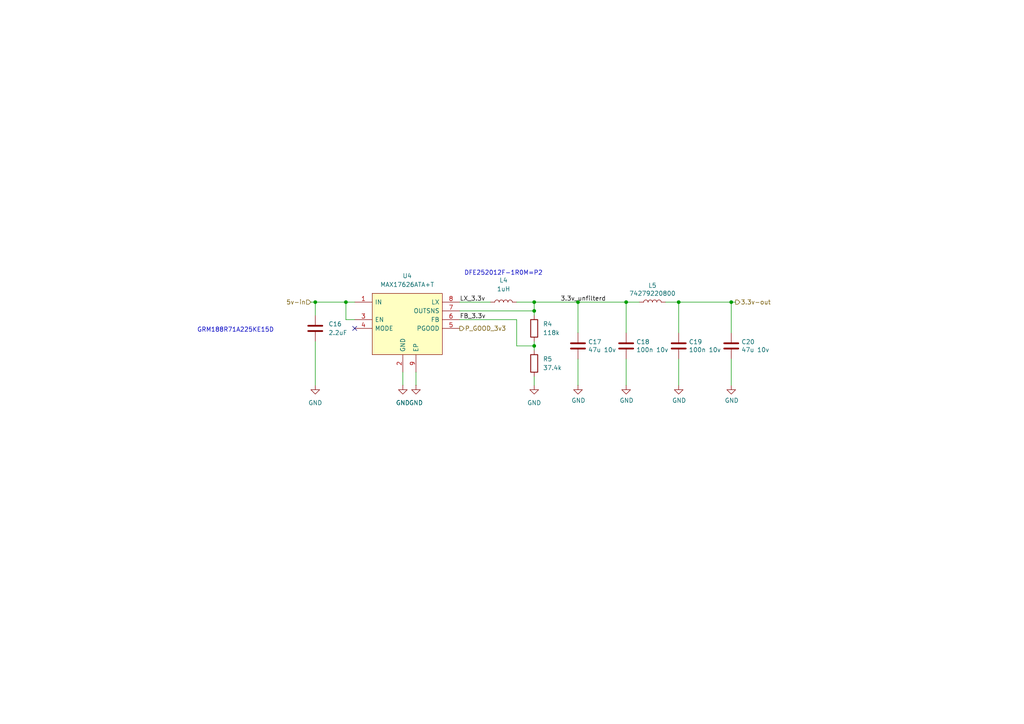
<source format=kicad_sch>
(kicad_sch (version 20231120) (generator "eeschema") (generator_version "8.0")
  (paper "A4")
  (title_block (title "3.3V power supply") (date "2024-04-03") (rev "1.0") (company "Fontys") (comment 1 "Pong project") (comment 2 "Tommy de Wever") (comment 3 "Jochem Bosman"))
  (lib_symbols
    (symbol "Device:C" (pin_numbers hide) (pin_names (offset 0.254))
      (property "Reference" "C" (at 0.635 2.54 0))
      (property "Value" "C" (at 0.635 -2.54 0))
      (symbol "C_0_1"
        (polyline (pts (xy -2.032 -0.762) (xy 2.032 -0.762)) (stroke (width 0.508)))
        (polyline (pts (xy -2.032 0.762) (xy 2.032 0.762)) (stroke (width 0.508)))
      )
      (symbol "C_1_1"
        (pin passive line (at 0 3.81 270) (length 2.794) (name "~") (number "1"))
        (pin passive line (at 0 -3.81 90) (length 2.794) (name "~") (number "2"))
      )
    )
    (symbol "Device:L" (pin_numbers hide) (pin_names (offset 1.016) hide)
      (property "Reference" "L" (at -1.27 0 90))
      (property "Value" "L" (at 1.905 0 90))
      (symbol "L_0_1"
        (arc (start 0 -2.54) (mid 0.6323 -1.905) (end 0 -1.27))
        (arc (start 0 -1.27) (mid 0.6323 -0.635) (end 0 0))
        (arc (start 0 0) (mid 0.6323 0.635) (end 0 1.27))
        (arc (start 0 1.27) (mid 0.6323 1.905) (end 0 2.54))
      )
      (symbol "L_1_1"
        (pin passive line (at 0 3.81 270) (length 1.27) (name "1") (number "1"))
        (pin passive line (at 0 -3.81 90) (length 1.27) (name "2") (number "2"))
      )
    )
    (symbol "Device:R" (pin_numbers hide) (pin_names (offset 0))
      (property "Reference" "R" (at 2.032 0 90))
      (property "Value" "R" (at 0 0 90))
      (symbol "R_0_1"
        (rectangle (start -1.016 -2.54) (end 1.016 2.54) (stroke (width 0.254)))
      )
      (symbol "R_1_1"
        (pin passive line (at 0 3.81 270) (length 1.27) (name "~") (number "1"))
        (pin passive line (at 0 -3.81 90) (length 1.27) (name "~") (number "2"))
      )
    )
    (symbol "MyLib:MAX17626ATA+T" (pin_names (offset 0.762))
      (property "Reference" "U" (at 26.67 7.62 0))
      (property "Value" "MAX17626ATA+T" (at 26.67 5.08 0))
      (symbol "MAX17626ATA+T_0_0"
        (pin passive line (at 0 0 0) (length 5.08) (name "IN") (number "1"))
        (pin passive line (at 13.97 -20.32 90) (length 5.08) (name "GND") (number "2"))
        (pin passive line (at 0 -5.08 0) (length 5.08) (name "EN") (number "3"))
        (pin passive line (at 0 -7.62 0) (length 5.08) (name "MODE") (number "4"))
        (pin passive line (at 30.48 -7.62 180) (length 5.08) (name "PGOOD") (number "5"))
        (pin passive line (at 30.48 -5.08 180) (length 5.08) (name "FB") (number "6"))
        (pin passive line (at 30.48 -2.54 180) (length 5.08) (name "OUTSNS") (number "7"))
        (pin passive line (at 30.48 0 180) (length 5.08) (name "LX") (number "8"))
        (pin passive line (at 17.78 -20.32 90) (length 5.08) (name "EP") (number "9"))
      )
      (symbol "MAX17626ATA+T_0_1"
        (polyline (pts (xy 5.08 2.54) (xy 25.4 2.54) (xy 25.4 -15.24) (xy 5.08 -15.24) (xy 5.08 2.54)) (stroke (width 0.1524)) (fill (type background)))
      )
    )
    (symbol "power:GND" (power) (pin_numbers hide) (pin_names (offset 0) hide)
      (property "Value" "GND" (at 0 -3.81 0))
      (symbol "GND_0_1"
        (polyline (pts (xy 0 0) (xy 0 -1.27) (xy 1.27 -1.27) (xy 0 -2.54) (xy -1.27 -1.27) (xy 0 -1.27)))
      )
      (symbol "GND_1_1"
        (pin power_in line (at 0 0 270) (length 0) (name "~") (number "1"))
      )
    )
  )
  (junction (at 100.33 87.63))
  (junction (at 91.44 87.63))
  (junction (at 154.94 87.63))
  (junction (at 181.61 87.63))
  (junction (at 167.64 87.63))
  (junction (at 154.94 100.33))
  (junction (at 212.09 87.63))
  (junction (at 154.94 90.17))
  (junction (at 196.85 87.63))
  (no_connect (at 102.87 95.25))
  (wire (pts (xy 167.64 87.63) (xy 167.64 96.52)))
  (wire (pts (xy 149.86 87.63) (xy 154.94 87.63)))
  (wire (pts (xy 154.94 109.22) (xy 154.94 111.76)))
  (wire (pts (xy 133.35 92.71) (xy 149.86 92.71)))
  (wire (pts (xy 90.17 87.63) (xy 91.44 87.63)))
  (wire (pts (xy 100.33 87.63) (xy 102.87 87.63)))
  (wire (pts (xy 181.61 111.76) (xy 181.61 104.14)))
  (wire (pts (xy 181.61 87.63) (xy 181.61 96.52)))
  (wire (pts (xy 120.65 107.95) (xy 120.65 111.76)))
  (wire (pts (xy 212.09 104.14) (xy 212.09 111.76)))
  (wire (pts (xy 133.35 90.17) (xy 154.94 90.17)))
  (wire (pts (xy 196.85 87.63) (xy 212.09 87.63)))
  (wire (pts (xy 91.44 87.63) (xy 91.44 91.44)))
  (wire (pts (xy 212.09 87.63) (xy 213.36 87.63)))
  (wire (pts (xy 91.44 87.63) (xy 100.33 87.63)))
  (wire (pts (xy 154.94 99.06) (xy 154.94 100.33)))
  (wire (pts (xy 196.85 87.63) (xy 193.04 87.63)))
  (wire (pts (xy 196.85 87.63) (xy 196.85 96.52)))
  (wire (pts (xy 154.94 100.33) (xy 154.94 101.6)))
  (wire (pts (xy 167.64 87.63) (xy 181.61 87.63)))
  (wire (pts (xy 149.86 100.33) (xy 154.94 100.33)))
  (wire (pts (xy 167.64 104.14) (xy 167.64 111.76)))
  (wire (pts (xy 100.33 92.71) (xy 100.33 87.63)))
  (wire (pts (xy 154.94 87.63) (xy 154.94 90.17)))
  (wire (pts (xy 154.94 90.17) (xy 154.94 91.44)))
  (wire (pts (xy 116.84 107.95) (xy 116.84 111.76)))
  (wire (pts (xy 102.87 92.71) (xy 100.33 92.71)))
  (wire (pts (xy 149.86 92.71) (xy 149.86 100.33)))
  (wire (pts (xy 181.61 87.63) (xy 185.42 87.63)))
  (wire (pts (xy 154.94 87.63) (xy 167.64 87.63)))
  (wire (pts (xy 133.35 87.63) (xy 142.24 87.63)))
  (wire (pts (xy 212.09 87.63) (xy 212.09 96.52)))
  (wire (pts (xy 91.44 99.06) (xy 91.44 111.76)))
  (wire (pts (xy 196.85 111.76) (xy 196.85 104.14)))
  (text "GRM188R71A225KE15D" (at 57.15 96.52 0) (effects (font (size 1.27 1.27)) (justify left bottom)))
  (text "DFE252012F-1R0M=P2" (at 134.62 80.01 0) (effects (font (size 1.27 1.27)) (justify left bottom)))
  (label "LX_3.3v" (at 133.35 87.63 0))
  (label "3.3v_unfilterd" (at 162.56 87.63 0))
  (label "FB_3.3v" (at 133.35 92.71 0))
  (hierarchical_label "5v-in" (shape input) (at 90.17 87.63 180))
  (hierarchical_label "P_GOOD_3v3" (shape output) (at 133.35 95.25 0))
  (hierarchical_label "3.3v-out" (shape output) (at 213.36 87.63 0))
  (symbol (lib_id "Device:R") (at 154.94 95.25 0) (unit 1)
    (property "Reference" "R4" (at 157.48 93.9799 0) (effects (justify left)))
    (property "Value" "118k" (at 157.48 96.5199 0) (effects (justify left)))
    (property "Footprint" "Resistor_SMD:R_0603_1608Metric" (effects (hide yes)))
    (property "Description" "Resistor" (effects (hide yes)))
  )
  (symbol (lib_id "Device:R") (at 154.94 105.41 0) (unit 1)
    (property "Reference" "R5" (at 157.48 104.1399 0) (effects (justify left)))
    (property "Value" "37.4k" (at 157.48 106.6799 0) (effects (justify left)))
    (property "Footprint" "Resistor_SMD:R_0603_1608Metric" (effects (hide yes)))
    (property "Description" "Resistor" (effects (hide yes)))
  )
  (symbol (lib_id "power:GND") (at 167.64 111.76 0) (unit 1)
    (property "Reference" "#PWR037" (effects (hide yes)))
    (property "Value" "GND" (at 167.767 116.1542 0))
    (property "Description" "Power symbol creates a global label with name \"GND\" , ground" (effects (hide yes)))
  )
  (symbol (lib_id "Device:L") (at 189.23 87.63 90) (unit 1)
    (property "Reference" "L5" (at 189.23 82.804 90))
    (property "Value" "74279220800" (at 189.23 85.1154 90))
    (property "Footprint" "Inductor_SMD:L_0805_2012Metric_Pad1.15x1.40mm_HandSolder" (effects (hide yes)))
    (property "Description" "Inductor" (effects (hide yes)))
    (property "Mouser" "74279220800" (effects (hide yes)))
  )
  (symbol (lib_id "power:GND") (at 91.44 111.76 0) (unit 1)
    (property "Reference" "#PWR033" (effects (hide yes)))
    (property "Value" "GND" (at 91.44 116.84 0))
    (property "Description" "Power symbol creates a global label with name \"GND\" , ground" (effects (hide yes)))
  )
  (symbol (lib_id "power:GND") (at 116.84 111.76 0) (unit 1)
    (property "Reference" "#PWR034" (effects (hide yes)))
    (property "Value" "GND" (at 116.84 116.84 0))
    (property "Description" "Power symbol creates a global label with name \"GND\" , ground" (effects (hide yes)))
  )
  (symbol (lib_id "power:GND") (at 181.61 111.76 0) (unit 1)
    (property "Reference" "#PWR038" (effects (hide yes)))
    (property "Value" "GND" (at 181.737 116.1542 0))
    (property "Description" "Power symbol creates a global label with name \"GND\" , ground" (effects (hide yes)))
  )
  (symbol (lib_id "power:GND") (at 196.85 111.76 0) (unit 1)
    (property "Reference" "#PWR039" (effects (hide yes)))
    (property "Value" "GND" (at 196.977 116.1542 0))
    (property "Description" "Power symbol creates a global label with name \"GND\" , ground" (effects (hide yes)))
  )
  (symbol (lib_id "power:GND") (at 120.65 111.76 0) (unit 1)
    (property "Reference" "#PWR035" (effects (hide yes)))
    (property "Value" "GND" (at 120.65 116.84 0))
    (property "Description" "Power symbol creates a global label with name \"GND\" , ground" (effects (hide yes)))
  )
  (symbol (lib_id "Device:C") (at 91.44 95.25 0) (unit 1)
    (property "Reference" "C16" (at 95.25 93.9799 0) (effects (justify left)))
    (property "Value" "2.2uF" (at 95.25 96.52 0) (effects (justify left)))
    (property "Footprint" "Capacitor_SMD:C_0603_1608Metric" (effects (hide yes)))
    (property "Description" "Unpolarized capacitor" (effects (hide yes)))
  )
  (symbol (lib_id "Device:L") (at 146.05 87.63 90) (unit 1)
    (property "Reference" "L4" (at 146.05 81.28 90))
    (property "Value" "1uH" (at 146.05 83.82 90))
    (property "Footprint" "Inductor_SMD:L_1008_2520Metric" (effects (hide yes)))
    (property "Description" "Inductor" (effects (hide yes)))
  )
  (symbol (lib_id "power:GND") (at 154.94 111.76 0) (unit 1)
    (property "Reference" "#PWR036" (effects (hide yes)))
    (property "Value" "GND" (at 154.94 116.84 0))
    (property "Description" "Power symbol creates a global label with name \"GND\" , ground" (effects (hide yes)))
  )
  (symbol (lib_id "MyLib:MAX17626ATA+T") (at 102.87 87.63 0) (unit 1)
    (property "Reference" "U4" (at 118.11 80.01 0))
    (property "Value" "MAX17626ATA+T" (at 118.11 82.55 0))
    (property "Footprint" "MyLib:SON50P200X200X80-9N-D" (effects (hide yes)))
    (property "Datasheet" "http://www.maximintegrated.com/MAX17626" (effects (hide yes)))
    (property "Description" "2.9V-to-5V Input, 1A , 1.5V-to-3.3V output DC-DC Converter" (effects (hide yes)))
    (property "Height" "0.8" (effects (hide yes)))
    (property "Manufacturer_Name" "Maxim Integrated" (effects (hide yes)))
    (property "Manufacturer_Part_Number" "MAX17626ATA+T" (effects (hide yes)))
    (property "Mouser Part Number" "700-MAX17626ATA+T" (effects (hide yes)))
    (property "Mouser Price/Stock" "https://www.mouser.co.uk/ProductDetail/Maxim-Integrated/MAX17626ATA%2bT?qs=Li%252BoUPsLEnvK3Ksbh4eRzQ%3D%3D" (effects (hide yes)))
  )
  (symbol (lib_id "Device:C") (at 212.09 100.33 0) (unit 1)
    (property "Reference" "C20" (at 215.011 99.1616 0) (effects (justify left)))
    (property "Value" "47u 10v" (at 215.011 101.473 0) (effects (justify left)))
    (property "Footprint" "Capacitor_SMD:C_1206_3216Metric_Pad1.33x1.80mm_HandSolder" (effects (hide yes)))
    (property "Description" "Unpolarized capacitor" (effects (hide yes)))
    (property "Mouser" "LMK316BC6476ML-T" (effects (hide yes)))
  )
  (symbol (lib_id "Device:C") (at 167.64 100.33 0) (unit 1)
    (property "Reference" "C17" (at 170.561 99.1616 0) (effects (justify left)))
    (property "Value" "47u 10v" (at 170.561 101.473 0) (effects (justify left)))
    (property "Footprint" "Capacitor_SMD:C_1206_3216Metric_Pad1.33x1.80mm_HandSolder" (effects (hide yes)))
    (property "Description" "Unpolarized capacitor" (effects (hide yes)))
    (property "Mouser" "LMK316BC6476ML-T" (effects (hide yes)))
  )
  (symbol (lib_id "Device:C") (at 181.61 100.33 0) (unit 1)
    (property "Reference" "C18" (at 184.531 99.1616 0) (effects (justify left)))
    (property "Value" "100n 10v" (at 184.531 101.473 0) (effects (justify left)))
    (property "Footprint" "Capacitor_SMD:C_0603_1608Metric" (effects (hide yes)))
    (property "Description" "Unpolarized capacitor" (effects (hide yes)))
    (property "Mouser" "LMF105B7103MVHF" (effects (hide yes)))
  )
  (symbol (lib_id "Device:C") (at 196.85 100.33 0) (unit 1)
    (property "Reference" "C19" (at 199.771 99.1616 0) (effects (justify left)))
    (property "Value" "100n 10v" (at 199.771 101.473 0) (effects (justify left)))
    (property "Footprint" "Capacitor_SMD:C_0603_1608Metric" (effects (hide yes)))
    (property "Description" "Unpolarized capacitor" (effects (hide yes)))
    (property "Mouser" "LMF105B7103MVHF" (effects (hide yes)))
  )
  (symbol (lib_id "power:GND") (at 212.09 111.76 0) (unit 1)
    (property "Reference" "#PWR040" (effects (hide yes)))
    (property "Value" "GND" (at 212.217 116.1542 0))
    (property "Description" "Power symbol creates a global label with name \"GND\" , ground" (effects (hide yes)))
  )
)
</source>
